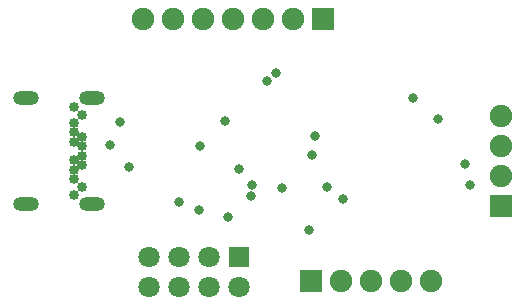
<source format=gbs>
G04*
G04 #@! TF.GenerationSoftware,Altium Limited,Altium Designer,21.0.8 (223)*
G04*
G04 Layer_Color=16711935*
%FSLAX42Y42*%
%MOMM*%
G71*
G04*
G04 #@! TF.SameCoordinates,3342F10C-20B5-45E4-B721-DC8BC5ABD3D0*
G04*
G04*
G04 #@! TF.FilePolarity,Negative*
G04*
G01*
G75*
%ADD31O,2.20X1.20*%
%ADD32C,0.85*%
%ADD33R,1.90X1.90*%
%ADD34C,1.90*%
%ADD35C,1.80*%
%ADD36R,1.80X1.80*%
%ADD37R,1.90X1.90*%
%ADD38C,0.81*%
D31*
X-29Y880D02*
D03*
X531D02*
D03*
X-29Y1780D02*
D03*
X531D02*
D03*
D32*
X381Y1090D02*
D03*
Y1170D02*
D03*
Y1250D02*
D03*
Y1570D02*
D03*
Y1490D02*
D03*
Y1410D02*
D03*
X451Y1290D02*
D03*
Y1210D02*
D03*
Y1025D02*
D03*
Y1635D02*
D03*
Y1450D02*
D03*
Y1370D02*
D03*
X381Y957D02*
D03*
Y1702D02*
D03*
D33*
X2388Y229D02*
D03*
X2489Y2451D02*
D03*
D34*
X2642Y229D02*
D03*
X2896D02*
D03*
X3150D02*
D03*
X3404D02*
D03*
X4001Y1626D02*
D03*
Y1372D02*
D03*
Y1118D02*
D03*
X1219Y2451D02*
D03*
X1473D02*
D03*
X1727D02*
D03*
X1981D02*
D03*
X2235D02*
D03*
X965D02*
D03*
D35*
X1016Y432D02*
D03*
Y178D02*
D03*
X1270D02*
D03*
Y432D02*
D03*
X1524Y178D02*
D03*
Y432D02*
D03*
X1778Y178D02*
D03*
D36*
Y432D02*
D03*
D37*
X4001Y864D02*
D03*
D38*
X1437Y835D02*
D03*
X1689Y775D02*
D03*
X775Y1575D02*
D03*
X686Y1384D02*
D03*
X851Y1194D02*
D03*
X1664Y1588D02*
D03*
X1448Y1372D02*
D03*
X2663Y923D02*
D03*
X3251Y1778D02*
D03*
X2090Y1987D02*
D03*
X2400Y1295D02*
D03*
X2527Y1029D02*
D03*
X3696Y1219D02*
D03*
X2146Y1016D02*
D03*
X1892Y1041D02*
D03*
X2426Y1460D02*
D03*
X1778Y1181D02*
D03*
X1880Y952D02*
D03*
X2017Y1926D02*
D03*
X3467Y1600D02*
D03*
X3734Y1041D02*
D03*
X2375Y660D02*
D03*
X1270Y902D02*
D03*
M02*

</source>
